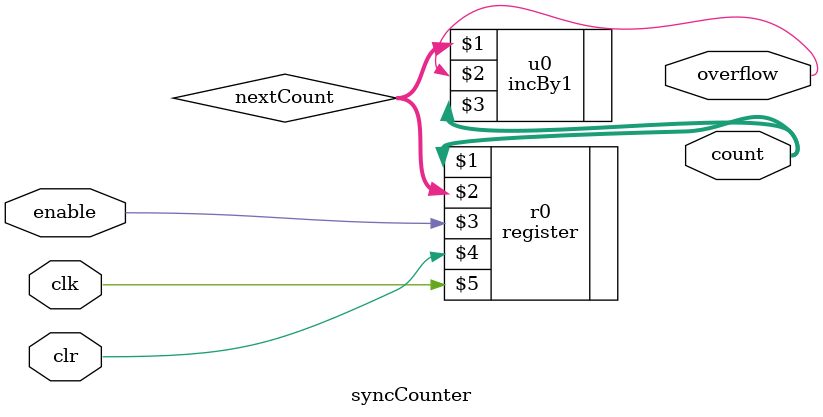
<source format=v>
module syncCounter#(parameter N = 4)(
    output [N - 1:0] count,
    output overflow,
    input clr,
    input enable,
    input clk
);
    wire [N - 1:0] nextCount;
    register#(N) r0(count, nextCount, enable, clr, clk);
    incBy1#(N) u0(nextCount, overflow, count);
endmodule

</source>
